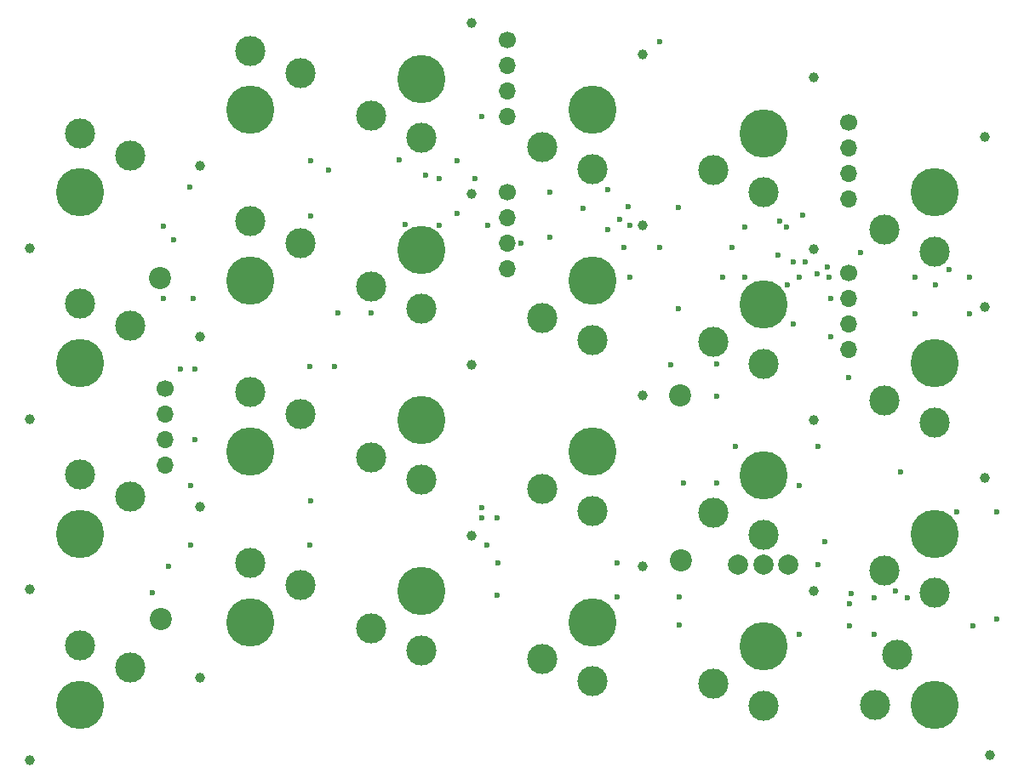
<source format=gbr>
G04 #@! TF.GenerationSoftware,KiCad,Pcbnew,9.0.0*
G04 #@! TF.CreationDate,2025-03-30T21:57:13+09:00*
G04 #@! TF.ProjectId,nofy,6e6f6679-2e6b-4696-9361-645f70636258,rev?*
G04 #@! TF.SameCoordinates,Original*
G04 #@! TF.FileFunction,Soldermask,Top*
G04 #@! TF.FilePolarity,Negative*
%FSLAX46Y46*%
G04 Gerber Fmt 4.6, Leading zero omitted, Abs format (unit mm)*
G04 Created by KiCad (PCBNEW 9.0.0) date 2025-03-30 21:57:13*
%MOMM*%
%LPD*%
G01*
G04 APERTURE LIST*
%ADD10C,3.000000*%
%ADD11C,4.800000*%
%ADD12C,1.000000*%
%ADD13C,2.200000*%
%ADD14C,1.700000*%
%ADD15O,1.700000X1.700000*%
%ADD16C,2.000000*%
%ADD17C,0.600000*%
G04 APERTURE END LIST*
D10*
X106100000Y-84300000D03*
D11*
X109800000Y-89300000D03*
D10*
X103900000Y-89300000D03*
D12*
X115350000Y-94300000D03*
D13*
X32900000Y-80800000D03*
X84500000Y-58500000D03*
D10*
X29800000Y-68600000D03*
D11*
X24800000Y-72300000D03*
D10*
X24800000Y-66400000D03*
D12*
X19800000Y-77850000D03*
D10*
X29800000Y-85600000D03*
D11*
X24800000Y-89300000D03*
D10*
X24800000Y-83400000D03*
D12*
X19800000Y-94850000D03*
D10*
X104800000Y-76000000D03*
D11*
X109800000Y-72300000D03*
D10*
X109800000Y-78200000D03*
D12*
X114800000Y-66750000D03*
D10*
X104800000Y-59000000D03*
D11*
X109800000Y-55300000D03*
D10*
X109800000Y-61200000D03*
D12*
X114800000Y-49750000D03*
D14*
X67300000Y-23160000D03*
D15*
X67300000Y-25700000D03*
X67300000Y-28240000D03*
X67300000Y-30780000D03*
D10*
X53800000Y-64700000D03*
D11*
X58800000Y-61000000D03*
D10*
X58800000Y-66900000D03*
D12*
X63800000Y-55450000D03*
D13*
X32800000Y-46800000D03*
D10*
X46800000Y-77400000D03*
D11*
X41800000Y-81100000D03*
D10*
X41800000Y-75200000D03*
D12*
X36800000Y-86650000D03*
D14*
X101300000Y-46360000D03*
D15*
X101300000Y-48900000D03*
X101300000Y-51440000D03*
X101300000Y-53980000D03*
D10*
X70800000Y-67800000D03*
D11*
X75800000Y-64100000D03*
D10*
X75800000Y-70000000D03*
D12*
X80800000Y-58550000D03*
D10*
X87800000Y-87200000D03*
D11*
X92800000Y-83500000D03*
D10*
X92800000Y-89400000D03*
D12*
X97800000Y-77950000D03*
D10*
X87800000Y-36100000D03*
D11*
X92800000Y-32400000D03*
D10*
X92800000Y-38300000D03*
D12*
X97800000Y-26850000D03*
D10*
X87800000Y-53200000D03*
D11*
X92800000Y-49500000D03*
D10*
X92800000Y-55400000D03*
D12*
X97800000Y-43950000D03*
D10*
X87800000Y-70200000D03*
D11*
X92800000Y-66500000D03*
D10*
X92800000Y-72400000D03*
D12*
X97800000Y-60950000D03*
D10*
X53800000Y-47700000D03*
D11*
X58800000Y-44000000D03*
D10*
X58800000Y-49900000D03*
D12*
X63800000Y-38450000D03*
D10*
X104800000Y-42000000D03*
D11*
X109800000Y-38300000D03*
D10*
X109800000Y-44200000D03*
D12*
X114800000Y-32750000D03*
D10*
X53800000Y-81700000D03*
D11*
X58800000Y-78000000D03*
D10*
X58800000Y-83900000D03*
D12*
X63800000Y-72450000D03*
D13*
X84630000Y-74910000D03*
D10*
X46800000Y-60400000D03*
D11*
X41800000Y-64100000D03*
D10*
X41800000Y-58200000D03*
D12*
X36800000Y-69650000D03*
D10*
X70800000Y-84800000D03*
D11*
X75800000Y-81100000D03*
D10*
X75800000Y-87000000D03*
D12*
X80800000Y-75550000D03*
D10*
X70800000Y-50800000D03*
D11*
X75800000Y-47100000D03*
D10*
X75800000Y-53000000D03*
D12*
X80800000Y-41550000D03*
D10*
X70800000Y-33800000D03*
D11*
X75800000Y-30100000D03*
D10*
X75800000Y-36000000D03*
D12*
X80800000Y-24550000D03*
D10*
X29800000Y-34600000D03*
D11*
X24800000Y-38300000D03*
D10*
X24800000Y-32400000D03*
D12*
X19800000Y-43850000D03*
D14*
X33315000Y-57805000D03*
D15*
X33315000Y-60345000D03*
X33315000Y-62885000D03*
X33315000Y-65425000D03*
D10*
X53800000Y-30700000D03*
D11*
X58800000Y-27000000D03*
D10*
X58800000Y-32900000D03*
D12*
X63800000Y-21450000D03*
D10*
X46800000Y-26400000D03*
D11*
X41800000Y-30100000D03*
D10*
X41800000Y-24200000D03*
D12*
X36800000Y-35650000D03*
D14*
X101315000Y-31305000D03*
D15*
X101315000Y-33845000D03*
X101315000Y-36385000D03*
X101315000Y-38925000D03*
D10*
X29800000Y-51600000D03*
D11*
X24800000Y-55300000D03*
D10*
X24800000Y-49400000D03*
D12*
X19800000Y-60850000D03*
D10*
X46800000Y-43400000D03*
D11*
X41800000Y-47100000D03*
D10*
X41800000Y-41200000D03*
D12*
X36800000Y-52650000D03*
D14*
X67300000Y-38305000D03*
D15*
X67300000Y-40845000D03*
X67300000Y-43385000D03*
X67300000Y-45925000D03*
D16*
X90300000Y-75400000D03*
X95300000Y-75400000D03*
X92800000Y-75400000D03*
D17*
X90950000Y-41747700D03*
X95121200Y-41747700D03*
X90946900Y-46767000D03*
X96400900Y-46767000D03*
X96350000Y-67472800D03*
X106450000Y-66100000D03*
X84378500Y-39787700D03*
X84378500Y-49860300D03*
X36083900Y-48900000D03*
X96679700Y-40573300D03*
X33150000Y-48850000D03*
X99342900Y-46739700D03*
X35750000Y-37750000D03*
X99486700Y-52662300D03*
X99486700Y-48900000D03*
X50150000Y-55624400D03*
X47718400Y-55624400D03*
X62350000Y-35158800D03*
X56559200Y-35053300D03*
X57161100Y-41478100D03*
X62350000Y-40427600D03*
X50450000Y-50315600D03*
X53808800Y-50315600D03*
X74851700Y-39878900D03*
X79350000Y-39724300D03*
X95788300Y-45241000D03*
X95788300Y-51440000D03*
X68654600Y-43390200D03*
X59214100Y-36584300D03*
X36229700Y-55905900D03*
X77310100Y-41996700D03*
X95181200Y-47536600D03*
X60600000Y-41573800D03*
X109931900Y-47536600D03*
X34168900Y-43022500D03*
X49550000Y-36100000D03*
X34798200Y-55905900D03*
X36229700Y-62885000D03*
X34168900Y-43022500D03*
X47750000Y-40640700D03*
X65397200Y-41573800D03*
X94225100Y-44558000D03*
X78893300Y-43806600D03*
X84424400Y-81368600D03*
X116031800Y-80779500D03*
X116031800Y-70146200D03*
X66300000Y-78395700D03*
X112067400Y-70146200D03*
X65317500Y-73397000D03*
X47718400Y-73397000D03*
X32050000Y-78150000D03*
X78226600Y-78587600D03*
X33600000Y-75500000D03*
X35829600Y-67472800D03*
X78226600Y-75178900D03*
X47773500Y-69006700D03*
X84411100Y-78587600D03*
X64781200Y-69693400D03*
X101407000Y-81431400D03*
X64781200Y-70733000D03*
X64781200Y-30780000D03*
X66366100Y-75178900D03*
X66300000Y-70733000D03*
X113612000Y-81431400D03*
X35829600Y-73400000D03*
X101407000Y-79259800D03*
X94446200Y-41145900D03*
X60570300Y-36897900D03*
X96985900Y-45184200D03*
X64151700Y-36950000D03*
X77323300Y-38009600D03*
X33150000Y-41650000D03*
X111300000Y-46011000D03*
X47750000Y-35114300D03*
X78518400Y-40966600D03*
X98155000Y-46423500D03*
X99170900Y-45716900D03*
X98927800Y-73083000D03*
X103791600Y-82283300D03*
X96350000Y-82283300D03*
X107090500Y-78645100D03*
X103791600Y-78645100D03*
X107850000Y-46754100D03*
X113350000Y-46754100D03*
X113350000Y-50350000D03*
X107876600Y-50350000D03*
X79509900Y-41568300D03*
X79509900Y-46738100D03*
X88775400Y-46738100D03*
X82453200Y-43760000D03*
X82453200Y-23271100D03*
X98216300Y-63564800D03*
X89649600Y-43760000D03*
X98216300Y-75400000D03*
X90067600Y-63564800D03*
X71580000Y-42788500D03*
X105942000Y-78015300D03*
X71580000Y-38273700D03*
X102461800Y-44258600D03*
X101519200Y-78255700D03*
X101300000Y-56743200D03*
X88191600Y-58586500D03*
X84822300Y-67220900D03*
X88191600Y-67220900D03*
X88191600Y-55357300D03*
X83608700Y-55455100D03*
M02*

</source>
